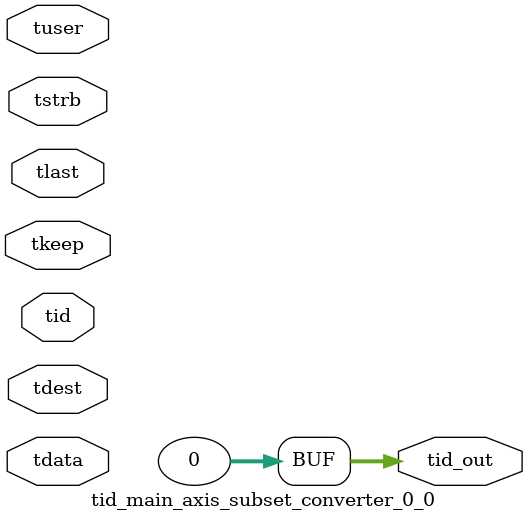
<source format=v>


`timescale 1ps/1ps

module tid_main_axis_subset_converter_0_0 #
(
parameter C_S_AXIS_TID_WIDTH   = 1,
parameter C_S_AXIS_TUSER_WIDTH = 0,
parameter C_S_AXIS_TDATA_WIDTH = 0,
parameter C_S_AXIS_TDEST_WIDTH = 0,
parameter C_M_AXIS_TID_WIDTH   = 32
)
(
input  [(C_S_AXIS_TID_WIDTH   == 0 ? 1 : C_S_AXIS_TID_WIDTH)-1:0       ] tid,
input  [(C_S_AXIS_TDATA_WIDTH == 0 ? 1 : C_S_AXIS_TDATA_WIDTH)-1:0     ] tdata,
input  [(C_S_AXIS_TUSER_WIDTH == 0 ? 1 : C_S_AXIS_TUSER_WIDTH)-1:0     ] tuser,
input  [(C_S_AXIS_TDEST_WIDTH == 0 ? 1 : C_S_AXIS_TDEST_WIDTH)-1:0     ] tdest,
input  [(C_S_AXIS_TDATA_WIDTH/8)-1:0 ] tkeep,
input  [(C_S_AXIS_TDATA_WIDTH/8)-1:0 ] tstrb,
input                                                                    tlast,
output [(C_M_AXIS_TID_WIDTH   == 0 ? 1 : C_M_AXIS_TID_WIDTH)-1:0       ] tid_out
);

assign tid_out = {1'b0};

endmodule


</source>
